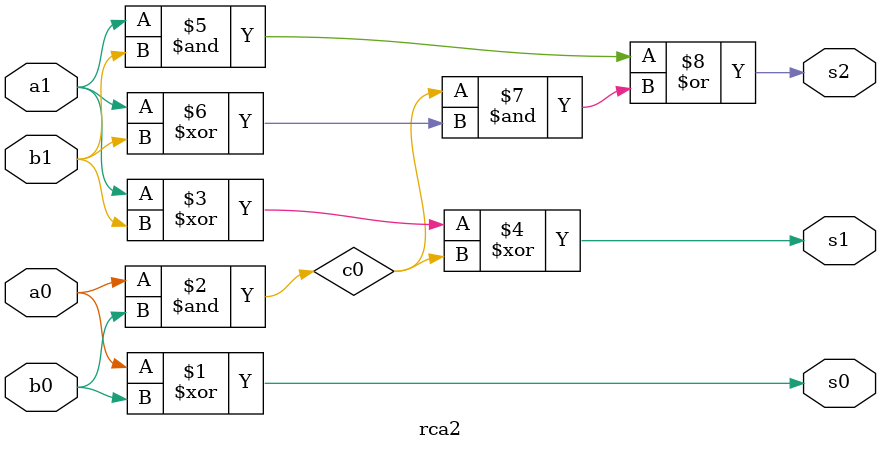
<source format=v>
module rca2(a0,b0,a1,b1,s0,s1,s2);

//input ports declaration
input a0,b0,a1,b1;

//output ports declaration
output s0,s1,s2;

//wires
wire c0;

//logic 
assign s0 = a0 ^ b0;
assign c0 = a0 & b0;
assign s1 = a1 ^ b1 ^ c0;
assign s2 = (a1 & b1)|(c0 & (a1 ^ b1));

endmodule
</source>
